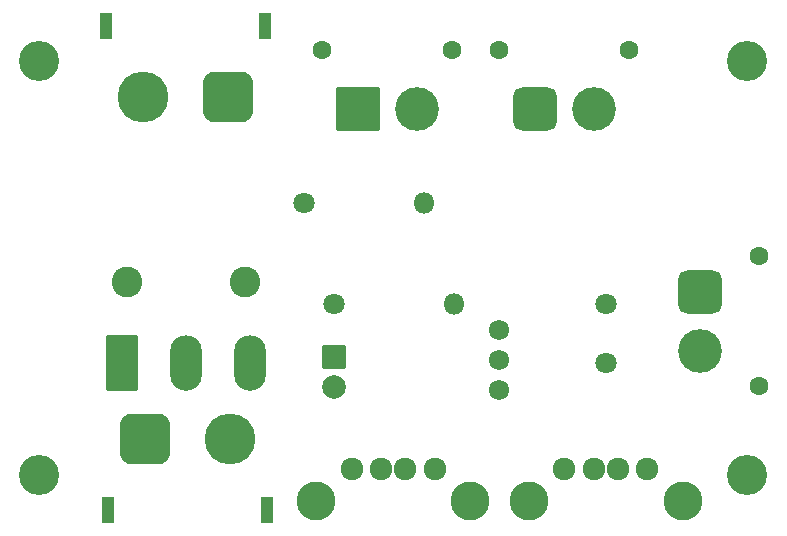
<source format=gbr>
%TF.GenerationSoftware,KiCad,Pcbnew,9.0.4-9.0.4-0~ubuntu24.04.1*%
%TF.CreationDate,2025-09-12T01:07:56+00:00*%
%TF.ProjectId,computer_sensor_board,636f6d70-7574-4657-925f-73656e736f72,rev?*%
%TF.SameCoordinates,Original*%
%TF.FileFunction,Soldermask,Top*%
%TF.FilePolarity,Negative*%
%FSLAX46Y46*%
G04 Gerber Fmt 4.6, Leading zero omitted, Abs format (unit mm)*
G04 Created by KiCad (PCBNEW 9.0.4-9.0.4-0~ubuntu24.04.1) date 2025-09-12 01:07:56*
%MOMM*%
%LPD*%
G01*
G04 APERTURE LIST*
G04 Aperture macros list*
%AMRoundRect*
0 Rectangle with rounded corners*
0 $1 Rounding radius*
0 $2 $3 $4 $5 $6 $7 $8 $9 X,Y pos of 4 corners*
0 Add a 4 corners polygon primitive as box body*
4,1,4,$2,$3,$4,$5,$6,$7,$8,$9,$2,$3,0*
0 Add four circle primitives for the rounded corners*
1,1,$1+$1,$2,$3*
1,1,$1+$1,$4,$5*
1,1,$1+$1,$6,$7*
1,1,$1+$1,$8,$9*
0 Add four rect primitives between the rounded corners*
20,1,$1+$1,$2,$3,$4,$5,0*
20,1,$1+$1,$4,$5,$6,$7,0*
20,1,$1+$1,$6,$7,$8,$9,0*
20,1,$1+$1,$8,$9,$2,$3,0*%
G04 Aperture macros list end*
%ADD10C,1.800000*%
%ADD11O,1.800000X1.800000*%
%ADD12C,3.400000*%
%ADD13RoundRect,0.100000X-0.900000X0.900000X-0.900000X-0.900000X0.900000X-0.900000X0.900000X0.900000X0*%
%ADD14C,2.000000*%
%ADD15C,2.600000*%
%ADD16C,1.600000*%
%ADD17RoundRect,0.100000X-1.750000X-1.750000X1.750000X-1.750000X1.750000X1.750000X-1.750000X1.750000X0*%
%ADD18C,3.700000*%
%ADD19C,1.724000*%
%ADD20C,3.300000*%
%ADD21C,1.920000*%
%ADD22RoundRect,0.814000X-1.036000X-1.036000X1.036000X-1.036000X1.036000X1.036000X-1.036000X1.036000X0*%
%ADD23RoundRect,0.814000X-1.036000X1.036000X-1.036000X-1.036000X1.036000X-1.036000X1.036000X1.036000X0*%
%ADD24RoundRect,0.100000X-1.250000X-2.250000X1.250000X-2.250000X1.250000X2.250000X-1.250000X2.250000X0*%
%ADD25O,2.700000X4.700000*%
%ADD26RoundRect,0.100000X0.450000X1.000000X-0.450000X1.000000X-0.450000X-1.000000X0.450000X-1.000000X0*%
%ADD27RoundRect,1.075000X1.075000X1.075000X-1.075000X1.075000X-1.075000X-1.075000X1.075000X-1.075000X0*%
%ADD28C,4.300000*%
%ADD29RoundRect,0.100000X-0.450000X-1.000000X0.450000X-1.000000X0.450000X1.000000X-0.450000X1.000000X0*%
%ADD30RoundRect,1.075000X-1.075000X-1.075000X1.075000X-1.075000X1.075000X1.075000X-1.075000X1.075000X0*%
G04 APERTURE END LIST*
D10*
%TO.C,R1*%
X197420000Y-62000000D03*
D11*
X207580000Y-62000000D03*
%TD*%
D12*
%TO.C,H1*%
X175000000Y-50000000D03*
%TD*%
D13*
%TO.C,D1*%
X200000000Y-75000000D03*
D14*
X200000000Y-77540000D03*
%TD*%
D15*
%TO.C,HS1*%
X182450000Y-68700000D03*
X192450000Y-68700000D03*
%TD*%
D12*
%TO.C,H2*%
X235000000Y-50000000D03*
%TD*%
D16*
%TO.C,J7*%
X199000000Y-49000000D03*
X210000000Y-49000000D03*
D17*
X202000000Y-54000000D03*
D18*
X207000000Y-54000000D03*
%TD*%
D19*
%TO.C,M78AR05-1*%
X214000000Y-77790000D03*
X214000000Y-75250000D03*
X214000000Y-72710000D03*
%TD*%
D20*
%TO.C,U2*%
X198460000Y-87200000D03*
X211540000Y-87200000D03*
D21*
X201500000Y-84500000D03*
X204000000Y-84500000D03*
X206000000Y-84500000D03*
X208500000Y-84500000D03*
%TD*%
D10*
%TO.C,R2*%
X200000000Y-70500000D03*
D11*
X210160000Y-70500000D03*
%TD*%
D12*
%TO.C,H3*%
X175000000Y-85000000D03*
%TD*%
D16*
%TO.C,J1*%
X214000000Y-49000000D03*
X225000000Y-49000000D03*
D22*
X217000000Y-54000000D03*
D18*
X222000000Y-54000000D03*
%TD*%
D20*
%TO.C,U1*%
X216460000Y-87200000D03*
X229540000Y-87200000D03*
D21*
X219500000Y-84500000D03*
X222000000Y-84500000D03*
X224000000Y-84500000D03*
X226500000Y-84500000D03*
%TD*%
D16*
%TO.C,J5*%
X236000000Y-66500000D03*
X236000000Y-77500000D03*
D23*
X231000000Y-69500000D03*
D18*
X231000000Y-74500000D03*
%TD*%
D24*
%TO.C,Q2*%
X182000000Y-75500000D03*
D25*
X187450000Y-75500000D03*
X192900000Y-75500000D03*
%TD*%
D12*
%TO.C,H4*%
X235000000Y-85000000D03*
%TD*%
D10*
%TO.C,C1*%
X223000000Y-70500000D03*
X223000000Y-75500000D03*
%TD*%
D26*
%TO.C,J2*%
X194350000Y-88000000D03*
X180850000Y-88000000D03*
D27*
X184000000Y-82000000D03*
D28*
X191200000Y-82000000D03*
%TD*%
D29*
%TO.C,J6*%
X180650000Y-47000000D03*
X194150000Y-47000000D03*
D30*
X191000000Y-53000000D03*
D28*
X183800000Y-53000000D03*
%TD*%
M02*

</source>
